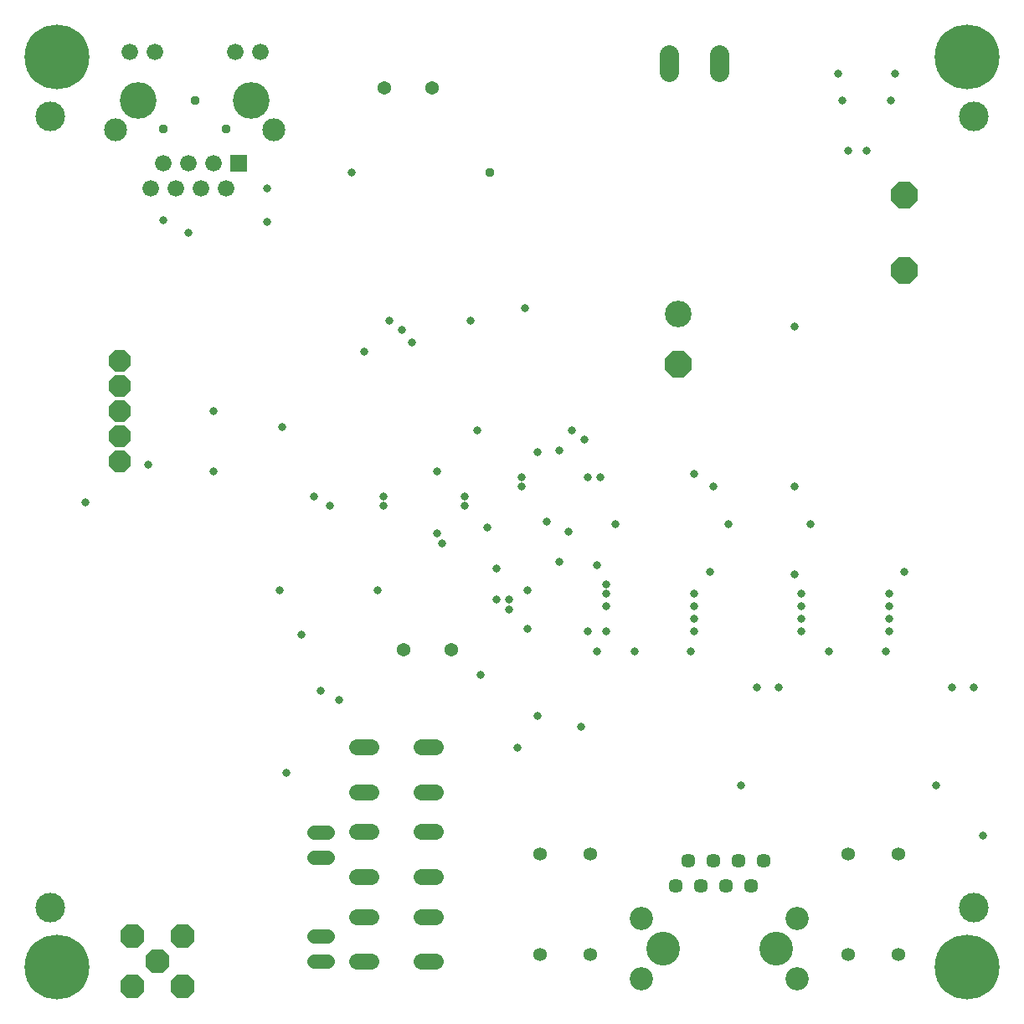
<source format=gbr>
G04 EAGLE Gerber RS-274X export*
G75*
%MOMM*%
%FSLAX34Y34*%
%LPD*%
%INSoldermask Bottom*%
%IPPOS*%
%AMOC8*
5,1,8,0,0,1.08239X$1,22.5*%
G01*
%ADD10C,1.358800*%
%ADD11C,2.336800*%
%ADD12C,1.447800*%
%ADD13C,3.403600*%
%ADD14C,1.676400*%
%ADD15C,2.311400*%
%ADD16R,1.676400X1.676400*%
%ADD17C,3.708400*%
%ADD18C,1.371600*%
%ADD19P,2.639300X8X112.500000*%
%ADD20P,2.914227X8X292.500000*%
%ADD21C,1.574800*%
%ADD22P,2.364373X8X292.500000*%
%ADD23C,2.692400*%
%ADD24C,0.802400*%
%ADD25C,1.955800*%
%ADD26C,3.000000*%
%ADD27C,1.473200*%
%ADD28C,0.957200*%
%ADD29C,6.552400*%
%ADD30C,0.807200*%


D10*
X527050Y152400D03*
X527050Y50800D03*
X577850Y152400D03*
X577850Y50800D03*
X838200Y152400D03*
X838200Y50800D03*
X889000Y152400D03*
X889000Y50800D03*
D11*
X629603Y26353D03*
X787083Y26353D03*
D12*
X727393Y145733D03*
X714693Y120333D03*
X701993Y145733D03*
X689293Y120333D03*
X676593Y145733D03*
X663893Y120333D03*
X740093Y120333D03*
X752793Y145733D03*
D13*
X651193Y56833D03*
X765493Y56833D03*
D14*
X243840Y963930D03*
X218440Y963930D03*
X133350Y825500D03*
X146050Y850900D03*
X184150Y825500D03*
X171450Y850900D03*
X196850Y850900D03*
X158750Y825500D03*
D15*
X97790Y885190D03*
X257810Y885190D03*
D16*
X222250Y850900D03*
D14*
X209550Y825500D03*
X111760Y963930D03*
X137160Y963930D03*
D17*
X234950Y914400D03*
X120650Y914400D03*
D18*
X369570Y927100D03*
X417830Y927100D03*
D19*
X165100Y19050D03*
X165100Y69850D03*
X139700Y44450D03*
X114300Y19050D03*
X114300Y69850D03*
D20*
X895350Y819150D03*
X895350Y742950D03*
D18*
X388620Y358775D03*
X436880Y358775D03*
D21*
X355600Y89281D02*
X341376Y89281D01*
X341376Y44069D02*
X355600Y44069D01*
X406400Y89281D02*
X420624Y89281D01*
X420624Y44069D02*
X406400Y44069D01*
D22*
X101600Y625475D03*
X101600Y650875D03*
X101600Y600075D03*
X101600Y574675D03*
X101600Y549275D03*
D21*
X341376Y260731D02*
X355600Y260731D01*
X355600Y215519D02*
X341376Y215519D01*
X406400Y260731D02*
X420624Y260731D01*
X420624Y215519D02*
X406400Y215519D01*
X355600Y175006D02*
X341376Y175006D01*
X341376Y129794D02*
X355600Y129794D01*
X406400Y175006D02*
X420624Y175006D01*
X420624Y129794D02*
X406400Y129794D01*
D23*
X666750Y698500D03*
D20*
X666750Y647700D03*
D24*
X886150Y941550D03*
X828350Y941550D03*
D25*
X657225Y943483D02*
X657225Y961517D01*
X708025Y961517D02*
X708025Y943483D01*
D26*
X31750Y898525D03*
X965200Y898525D03*
X965200Y98425D03*
X31750Y98425D03*
D27*
X298196Y69850D02*
X311404Y69850D01*
X311404Y44450D02*
X298196Y44450D01*
X298196Y174625D02*
X311404Y174625D01*
X311404Y149225D02*
X298196Y149225D01*
D11*
X629603Y86995D03*
X787083Y86995D03*
D28*
X177800Y914400D03*
X146050Y885825D03*
X209550Y885825D03*
D29*
X38100Y958850D03*
X38100Y38100D03*
X958850Y38100D03*
X958850Y958850D03*
D30*
X682625Y390525D03*
X593725Y403225D03*
X682625Y377825D03*
X593725Y377825D03*
X879475Y377825D03*
X790575Y377825D03*
X298450Y514350D03*
X368300Y514350D03*
X450850Y514350D03*
X508000Y533400D03*
X574675Y533400D03*
X574675Y377825D03*
X682625Y415925D03*
X593725Y415925D03*
X879475Y415925D03*
X790575Y415925D03*
X495300Y400050D03*
X879475Y403225D03*
X314325Y504825D03*
X368300Y504825D03*
X450850Y504825D03*
X495300Y409575D03*
X593725Y425450D03*
X682625Y403225D03*
X790575Y390525D03*
X879475Y390525D03*
X790575Y403225D03*
X730250Y222250D03*
X927100Y222250D03*
X555625Y478875D03*
X171450Y781050D03*
X146050Y793750D03*
X250825Y791600D03*
X250825Y825500D03*
X374650Y692150D03*
X456400Y692150D03*
X349250Y660400D03*
X285750Y374650D03*
X269875Y234950D03*
X533400Y488950D03*
X571500Y571500D03*
X66675Y508000D03*
X265675Y584200D03*
X263525Y419100D03*
X362750Y419100D03*
X523875Y292100D03*
X523875Y558800D03*
X568325Y280988D03*
X466725Y333375D03*
X587375Y533400D03*
X584200Y444500D03*
X482600Y441325D03*
X482600Y409575D03*
X304800Y317500D03*
X130175Y546100D03*
X546100Y560950D03*
X546100Y447675D03*
X832750Y914400D03*
X881750Y914400D03*
X503800Y260350D03*
X508000Y523875D03*
D28*
X476250Y841375D03*
D30*
X336550Y841375D03*
X876300Y357750D03*
X819150Y357750D03*
X622300Y357750D03*
X679450Y357750D03*
X701675Y523875D03*
X784225Y434975D03*
X584200Y357750D03*
X784225Y523875D03*
X784225Y685800D03*
X323850Y307975D03*
X558800Y581025D03*
X463550Y581025D03*
X422275Y539425D03*
X422275Y477050D03*
X514350Y419100D03*
X514350Y379975D03*
X746125Y320675D03*
X768350Y320675D03*
X942975Y320675D03*
X965200Y320675D03*
X895350Y438150D03*
X698500Y438150D03*
X603250Y485775D03*
X800100Y485775D03*
X682625Y536575D03*
X717550Y485775D03*
X473075Y482600D03*
X427750Y466725D03*
X511175Y704850D03*
X857250Y863600D03*
X396875Y669925D03*
X387350Y682625D03*
X838200Y863600D03*
X196850Y600075D03*
X196850Y539750D03*
X974725Y171450D03*
M02*

</source>
